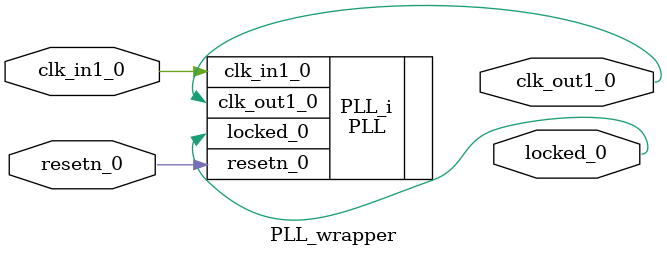
<source format=v>
`timescale 1 ps / 1 ps

module PLL_wrapper
   (clk_in1_0,
    clk_out1_0,
    locked_0,
    resetn_0);
  input clk_in1_0;
  output clk_out1_0;
  output locked_0;
  input resetn_0;

  wire clk_in1_0;
  wire clk_out1_0;
  wire locked_0;
  wire resetn_0;

  PLL PLL_i
       (.clk_in1_0(clk_in1_0),
        .clk_out1_0(clk_out1_0),
        .locked_0(locked_0),
        .resetn_0(resetn_0));
endmodule

</source>
